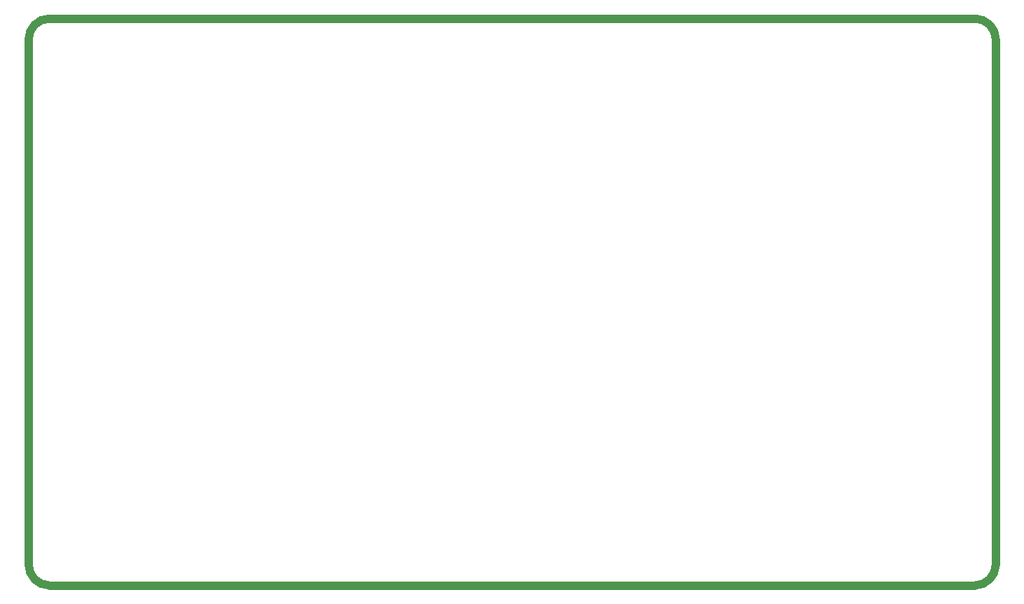
<source format=gko>
%FSLAX24Y24*%
%MOIN*%
G70*
G01*
G75*
G04 Layer_Color=16711935*
%ADD10C,0.0060*%
%ADD11C,0.0150*%
%ADD12C,0.0394*%
%ADD13C,0.0591*%
%ADD14C,0.0600*%
%ADD15C,0.0240*%
%ADD16C,0.0400*%
%ADD17C,0.0640*%
G04:AMPARAMS|DCode=18|XSize=80mil|YSize=80mil|CornerRadius=0mil|HoleSize=0mil|Usage=FLASHONLY|Rotation=0.000|XOffset=0mil|YOffset=0mil|HoleType=Round|Shape=Relief|Width=8mil|Gap=10mil|Entries=4|*
%AMTHD18*
7,0,0,0.0800,0.0600,0.0080,45*
%
%ADD18THD18*%
%ADD19C,0.1490*%
%ADD20C,0.0340*%
G04:AMPARAMS|DCode=21|XSize=50mil|YSize=50mil|CornerRadius=0mil|HoleSize=0mil|Usage=FLASHONLY|Rotation=0.000|XOffset=0mil|YOffset=0mil|HoleType=Round|Shape=Relief|Width=8mil|Gap=10mil|Entries=4|*
%AMTHD21*
7,0,0,0.0500,0.0300,0.0080,45*
%
%ADD21THD21*%
%ADD22R,0.0551X0.0709*%
G04:AMPARAMS|DCode=23|XSize=25.6mil|YSize=23.6mil|CornerRadius=5.9mil|HoleSize=0mil|Usage=FLASHONLY|Rotation=180.000|XOffset=0mil|YOffset=0mil|HoleType=Round|Shape=RoundedRectangle|*
%AMROUNDEDRECTD23*
21,1,0.0256,0.0118,0,0,180.0*
21,1,0.0138,0.0236,0,0,180.0*
1,1,0.0118,-0.0069,0.0059*
1,1,0.0118,0.0069,0.0059*
1,1,0.0118,0.0069,-0.0059*
1,1,0.0118,-0.0069,-0.0059*
%
%ADD23ROUNDEDRECTD23*%
%ADD24R,0.0984X0.0354*%
%ADD25R,0.0098X0.0315*%
%ADD26R,0.0236X0.0748*%
%ADD27R,0.0827X0.1102*%
%ADD28R,0.0433X0.0256*%
%ADD29R,0.0433X0.0097*%
%ADD30R,0.0433X0.0097*%
%ADD31R,0.0097X0.0433*%
%ADD32R,0.0433X0.1260*%
%ADD33R,0.0138X0.0709*%
%ADD34R,0.0126X0.0709*%
%ADD35R,0.0394X0.0433*%
%ADD36R,0.0256X0.0295*%
%ADD37R,0.0669X0.0984*%
%ADD38R,0.0591X0.0512*%
%ADD39R,0.0236X0.0197*%
G04:AMPARAMS|DCode=40|XSize=25.6mil|YSize=23.6mil|CornerRadius=5.9mil|HoleSize=0mil|Usage=FLASHONLY|Rotation=270.000|XOffset=0mil|YOffset=0mil|HoleType=Round|Shape=RoundedRectangle|*
%AMROUNDEDRECTD40*
21,1,0.0256,0.0118,0,0,270.0*
21,1,0.0138,0.0236,0,0,270.0*
1,1,0.0118,-0.0059,-0.0069*
1,1,0.0118,-0.0059,0.0069*
1,1,0.0118,0.0059,0.0069*
1,1,0.0118,0.0059,-0.0069*
%
%ADD40ROUNDEDRECTD40*%
%ADD41R,0.0197X0.0236*%
%ADD42C,0.0100*%
%ADD43C,0.0120*%
%ADD44C,0.0200*%
%ADD45C,0.0140*%
%ADD46C,0.0651*%
%ADD47C,0.0030*%
%ADD48C,0.0660*%
%ADD49R,0.0611X0.0769*%
G04:AMPARAMS|DCode=50|XSize=31.6mil|YSize=29.6mil|CornerRadius=8.9mil|HoleSize=0mil|Usage=FLASHONLY|Rotation=180.000|XOffset=0mil|YOffset=0mil|HoleType=Round|Shape=RoundedRectangle|*
%AMROUNDEDRECTD50*
21,1,0.0316,0.0118,0,0,180.0*
21,1,0.0138,0.0296,0,0,180.0*
1,1,0.0178,-0.0069,0.0059*
1,1,0.0178,0.0069,0.0059*
1,1,0.0178,0.0069,-0.0059*
1,1,0.0178,-0.0069,-0.0059*
%
%ADD50ROUNDEDRECTD50*%
%ADD51R,0.1039X0.0409*%
%ADD52R,0.0154X0.0370*%
%ADD53R,0.0296X0.0808*%
%ADD54R,0.0887X0.1162*%
%ADD55R,0.0493X0.0316*%
%ADD56R,0.0473X0.0137*%
%ADD57R,0.0473X0.0137*%
%ADD58R,0.0137X0.0473*%
%ADD59R,0.0493X0.1320*%
%ADD60R,0.0185X0.0756*%
%ADD61R,0.0173X0.0756*%
%ADD62R,0.0454X0.0493*%
%ADD63R,0.0316X0.0355*%
%ADD64R,0.0729X0.1044*%
%ADD65R,0.0651X0.0572*%
%ADD66R,0.0296X0.0257*%
G04:AMPARAMS|DCode=67|XSize=31.6mil|YSize=29.6mil|CornerRadius=8.9mil|HoleSize=0mil|Usage=FLASHONLY|Rotation=270.000|XOffset=0mil|YOffset=0mil|HoleType=Round|Shape=RoundedRectangle|*
%AMROUNDEDRECTD67*
21,1,0.0316,0.0118,0,0,270.0*
21,1,0.0138,0.0296,0,0,270.0*
1,1,0.0178,-0.0059,-0.0069*
1,1,0.0178,-0.0059,0.0069*
1,1,0.0178,0.0059,0.0069*
1,1,0.0178,0.0059,-0.0069*
%
%ADD67ROUNDEDRECTD67*%
%ADD68R,0.0257X0.0296*%
%ADD69C,0.0300*%
%ADD70C,0.0098*%
%ADD71C,0.0236*%
%ADD72C,0.0079*%
%ADD73C,0.0059*%
%ADD74C,0.0047*%
D12*
X0Y1000D02*
G03*
X1000Y0I1000J0D01*
G01*
X1000Y27000D02*
G03*
X0Y26000I0J-1000D01*
G01*
X45000Y0D02*
G03*
X46000Y1000I0J1000D01*
G01*
X46001Y26000D02*
G03*
X45001Y27000I-1000J0D01*
G01*
X1000Y0D02*
X45000Y0D01*
X0Y1000D02*
X0Y26000D01*
X46000Y1000D02*
X46000Y26000D01*
X1000Y27000D02*
X45001Y27000D01*
M02*

</source>
